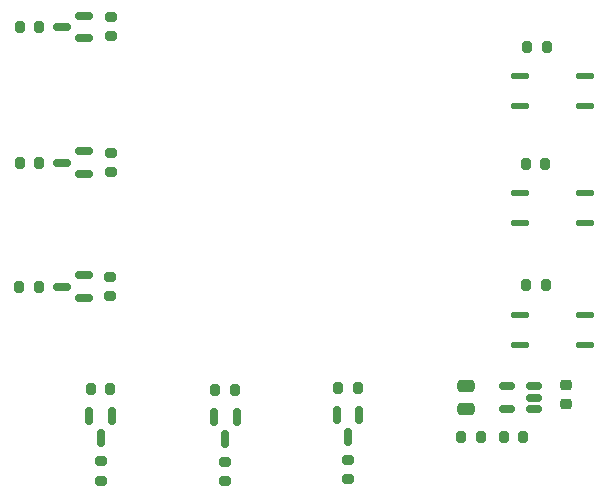
<source format=gbr>
%TF.GenerationSoftware,KiCad,Pcbnew,7.0.11-rc3*%
%TF.CreationDate,2025-03-16T23:26:39+08:00*%
%TF.ProjectId,dashboard,64617368-626f-4617-9264-2e6b69636164,rev?*%
%TF.SameCoordinates,Original*%
%TF.FileFunction,Paste,Bot*%
%TF.FilePolarity,Positive*%
%FSLAX46Y46*%
G04 Gerber Fmt 4.6, Leading zero omitted, Abs format (unit mm)*
G04 Created by KiCad (PCBNEW 7.0.11-rc3) date 2025-03-16 23:26:39*
%MOMM*%
%LPD*%
G01*
G04 APERTURE LIST*
G04 Aperture macros list*
%AMRoundRect*
0 Rectangle with rounded corners*
0 $1 Rounding radius*
0 $2 $3 $4 $5 $6 $7 $8 $9 X,Y pos of 4 corners*
0 Add a 4 corners polygon primitive as box body*
4,1,4,$2,$3,$4,$5,$6,$7,$8,$9,$2,$3,0*
0 Add four circle primitives for the rounded corners*
1,1,$1+$1,$2,$3*
1,1,$1+$1,$4,$5*
1,1,$1+$1,$6,$7*
1,1,$1+$1,$8,$9*
0 Add four rect primitives between the rounded corners*
20,1,$1+$1,$2,$3,$4,$5,0*
20,1,$1+$1,$4,$5,$6,$7,0*
20,1,$1+$1,$6,$7,$8,$9,0*
20,1,$1+$1,$8,$9,$2,$3,0*%
G04 Aperture macros list end*
%ADD10RoundRect,0.225000X-0.250000X0.225000X-0.250000X-0.225000X0.250000X-0.225000X0.250000X0.225000X0*%
%ADD11RoundRect,0.150000X0.587500X0.150000X-0.587500X0.150000X-0.587500X-0.150000X0.587500X-0.150000X0*%
%ADD12RoundRect,0.150000X-0.150000X0.587500X-0.150000X-0.587500X0.150000X-0.587500X0.150000X0.587500X0*%
%ADD13RoundRect,0.200000X-0.200000X-0.275000X0.200000X-0.275000X0.200000X0.275000X-0.200000X0.275000X0*%
%ADD14RoundRect,0.137500X0.587500X0.137500X-0.587500X0.137500X-0.587500X-0.137500X0.587500X-0.137500X0*%
%ADD15RoundRect,0.150000X0.512500X0.150000X-0.512500X0.150000X-0.512500X-0.150000X0.512500X-0.150000X0*%
%ADD16RoundRect,0.200000X0.275000X-0.200000X0.275000X0.200000X-0.275000X0.200000X-0.275000X-0.200000X0*%
%ADD17RoundRect,0.200000X0.200000X0.275000X-0.200000X0.275000X-0.200000X-0.275000X0.200000X-0.275000X0*%
%ADD18RoundRect,0.250000X-0.475000X0.250000X-0.475000X-0.250000X0.475000X-0.250000X0.475000X0.250000X0*%
%ADD19RoundRect,0.200000X-0.275000X0.200000X-0.275000X-0.200000X0.275000X-0.200000X0.275000X0.200000X0*%
G04 APERTURE END LIST*
D10*
%TO.C,C11*%
X106810000Y-84560000D03*
X106810000Y-86110000D03*
%TD*%
D11*
%TO.C,Q6*%
X66012500Y-75250000D03*
X66012500Y-77150000D03*
X64137500Y-76200000D03*
%TD*%
D12*
%TO.C,Q3*%
X66500000Y-87162500D03*
X68400000Y-87162500D03*
X67450000Y-89037500D03*
%TD*%
D13*
%TO.C,R6*%
X77150000Y-84962500D03*
X78800000Y-84962500D03*
%TD*%
D12*
%TO.C,Q2*%
X77050000Y-87225000D03*
X78950000Y-87225000D03*
X78000000Y-89100000D03*
%TD*%
D14*
%TO.C,U2*%
X108445000Y-68260000D03*
X108445000Y-70800000D03*
X102945000Y-70800000D03*
X102945000Y-68260000D03*
%TD*%
D13*
%TO.C,R17*%
X97985000Y-88935000D03*
X99635000Y-88935000D03*
%TD*%
D14*
%TO.C,U1*%
X108445000Y-58366625D03*
X108445000Y-60906625D03*
X102945000Y-60906625D03*
X102945000Y-58366625D03*
%TD*%
D15*
%TO.C,U5*%
X104137500Y-84650000D03*
X104137500Y-85600000D03*
X104137500Y-86550000D03*
X101862500Y-86550000D03*
X101862500Y-84650000D03*
%TD*%
D13*
%TO.C,R9*%
X66600000Y-84900000D03*
X68250000Y-84900000D03*
%TD*%
D11*
%TO.C,Q4*%
X66037500Y-53250000D03*
X66037500Y-55150000D03*
X64162500Y-54200000D03*
%TD*%
D13*
%TO.C,R4*%
X87550000Y-84800000D03*
X89200000Y-84800000D03*
%TD*%
%TO.C,R12*%
X60575000Y-54200000D03*
X62225000Y-54200000D03*
%TD*%
D16*
%TO.C,R5*%
X88400000Y-92525000D03*
X88400000Y-90875000D03*
%TD*%
D17*
%TO.C,R18*%
X103235000Y-88935000D03*
X101585000Y-88935000D03*
%TD*%
D14*
%TO.C,U3*%
X108445000Y-78566625D03*
X108445000Y-81106625D03*
X102945000Y-81106625D03*
X102945000Y-78566625D03*
%TD*%
D18*
%TO.C,C12*%
X98410000Y-84635000D03*
X98410000Y-86535000D03*
%TD*%
D13*
%TO.C,R3*%
X103470000Y-76036625D03*
X105120000Y-76036625D03*
%TD*%
%TO.C,R16*%
X60550000Y-76200000D03*
X62200000Y-76200000D03*
%TD*%
D19*
%TO.C,R15*%
X68275000Y-75350000D03*
X68275000Y-77000000D03*
%TD*%
D12*
%TO.C,Q1*%
X87450000Y-87062500D03*
X89350000Y-87062500D03*
X88400000Y-88937500D03*
%TD*%
D11*
%TO.C,Q5*%
X66037500Y-64750000D03*
X66037500Y-66650000D03*
X64162500Y-65700000D03*
%TD*%
D13*
%TO.C,R14*%
X60575000Y-65700000D03*
X62225000Y-65700000D03*
%TD*%
D16*
%TO.C,R10*%
X67450000Y-92625000D03*
X67450000Y-90975000D03*
%TD*%
D19*
%TO.C,R11*%
X68300000Y-53350000D03*
X68300000Y-55000000D03*
%TD*%
D16*
%TO.C,R8*%
X78000000Y-92687500D03*
X78000000Y-91037500D03*
%TD*%
D13*
%TO.C,R2*%
X103420000Y-65800000D03*
X105070000Y-65800000D03*
%TD*%
%TO.C,R1*%
X103545000Y-55936625D03*
X105195000Y-55936625D03*
%TD*%
D19*
%TO.C,R13*%
X68300000Y-64850000D03*
X68300000Y-66500000D03*
%TD*%
M02*

</source>
